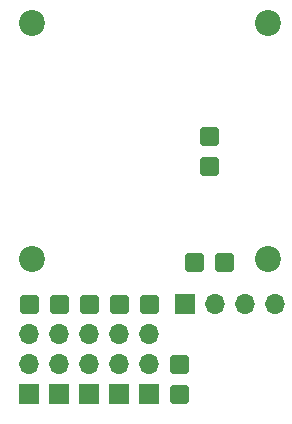
<source format=gbr>
%TF.GenerationSoftware,KiCad,Pcbnew,(5.1.9)-1*%
%TF.CreationDate,2022-05-31T00:09:08+01:00*%
%TF.ProjectId,board,626f6172-642e-46b6-9963-61645f706362,rev?*%
%TF.SameCoordinates,Original*%
%TF.FileFunction,Soldermask,Bot*%
%TF.FilePolarity,Negative*%
%FSLAX46Y46*%
G04 Gerber Fmt 4.6, Leading zero omitted, Abs format (unit mm)*
G04 Created by KiCad (PCBNEW (5.1.9)-1) date 2022-05-31 00:09:08*
%MOMM*%
%LPD*%
G01*
G04 APERTURE LIST*
%ADD10O,1.700000X1.700000*%
%ADD11R,1.700000X1.700000*%
%ADD12C,2.200000*%
G04 APERTURE END LIST*
%TO.C,J6*%
G36*
G01*
X116802000Y-115104000D02*
X116802000Y-114004000D01*
G75*
G02*
X117052000Y-113754000I250000J0D01*
G01*
X118152000Y-113754000D01*
G75*
G02*
X118402000Y-114004000I0J-250000D01*
G01*
X118402000Y-115104000D01*
G75*
G02*
X118152000Y-115354000I-250000J0D01*
G01*
X117052000Y-115354000D01*
G75*
G02*
X116802000Y-115104000I0J250000D01*
G01*
G37*
%TD*%
%TO.C,J10*%
G36*
G01*
X116802000Y-112564000D02*
X116802000Y-111464000D01*
G75*
G02*
X117052000Y-111214000I250000J0D01*
G01*
X118152000Y-111214000D01*
G75*
G02*
X118402000Y-111464000I0J-250000D01*
G01*
X118402000Y-112564000D01*
G75*
G02*
X118152000Y-112814000I-250000J0D01*
G01*
X117052000Y-112814000D01*
G75*
G02*
X116802000Y-112564000I0J250000D01*
G01*
G37*
%TD*%
%TO.C,J12*%
G36*
G01*
X115532000Y-123232400D02*
X115532000Y-122131600D01*
G75*
G02*
X115781600Y-121882000I249600J0D01*
G01*
X116882400Y-121882000D01*
G75*
G02*
X117132000Y-122131600I0J-249600D01*
G01*
X117132000Y-123232400D01*
G75*
G02*
X116882400Y-123482000I-249600J0D01*
G01*
X115781600Y-123482000D01*
G75*
G02*
X115532000Y-123232400I0J249600D01*
G01*
G37*
%TD*%
%TO.C,J12*%
G36*
G01*
X118072000Y-123232400D02*
X118072000Y-122131600D01*
G75*
G02*
X118321600Y-121882000I249600J0D01*
G01*
X119422400Y-121882000D01*
G75*
G02*
X119672000Y-122131600I0J-249600D01*
G01*
X119672000Y-123232400D01*
G75*
G02*
X119422400Y-123482000I-249600J0D01*
G01*
X118321600Y-123482000D01*
G75*
G02*
X118072000Y-123232400I0J249600D01*
G01*
G37*
%TD*%
D10*
%TO.C,REF\u002A\u002A*%
X123190000Y-126238000D03*
X120650000Y-126238000D03*
X118110000Y-126238000D03*
D11*
X115570000Y-126238000D03*
%TD*%
D12*
%TO.C,H4*%
X122596000Y-122376000D03*
%TD*%
%TO.C,J13*%
G36*
G01*
X103162000Y-125688000D02*
X103162000Y-126788000D01*
G75*
G02*
X102912000Y-127038000I-250000J0D01*
G01*
X101812000Y-127038000D01*
G75*
G02*
X101562000Y-126788000I0J250000D01*
G01*
X101562000Y-125688000D01*
G75*
G02*
X101812000Y-125438000I250000J0D01*
G01*
X102912000Y-125438000D01*
G75*
G02*
X103162000Y-125688000I0J-250000D01*
G01*
G37*
%TD*%
%TO.C,J12*%
G36*
G01*
X111722000Y-126788000D02*
X111722000Y-125688000D01*
G75*
G02*
X111972000Y-125438000I250000J0D01*
G01*
X113072000Y-125438000D01*
G75*
G02*
X113322000Y-125688000I0J-250000D01*
G01*
X113322000Y-126788000D01*
G75*
G02*
X113072000Y-127038000I-250000J0D01*
G01*
X111972000Y-127038000D01*
G75*
G02*
X111722000Y-126788000I0J250000D01*
G01*
G37*
%TD*%
D10*
%TO.C,J11*%
X112522000Y-128778000D03*
X112522000Y-131318000D03*
D11*
X112522000Y-133858000D03*
%TD*%
%TO.C,J10*%
G36*
G01*
X114262000Y-131868000D02*
X114262000Y-130768000D01*
G75*
G02*
X114512000Y-130518000I250000J0D01*
G01*
X115612000Y-130518000D01*
G75*
G02*
X115862000Y-130768000I0J-250000D01*
G01*
X115862000Y-131868000D01*
G75*
G02*
X115612000Y-132118000I-250000J0D01*
G01*
X114512000Y-132118000D01*
G75*
G02*
X114262000Y-131868000I0J250000D01*
G01*
G37*
%TD*%
%TO.C,J9*%
G36*
G01*
X109182000Y-126788000D02*
X109182000Y-125688000D01*
G75*
G02*
X109432000Y-125438000I250000J0D01*
G01*
X110532000Y-125438000D01*
G75*
G02*
X110782000Y-125688000I0J-250000D01*
G01*
X110782000Y-126788000D01*
G75*
G02*
X110532000Y-127038000I-250000J0D01*
G01*
X109432000Y-127038000D01*
G75*
G02*
X109182000Y-126788000I0J250000D01*
G01*
G37*
%TD*%
%TO.C,J8*%
G36*
G01*
X106642000Y-126788000D02*
X106642000Y-125688000D01*
G75*
G02*
X106892000Y-125438000I250000J0D01*
G01*
X107992000Y-125438000D01*
G75*
G02*
X108242000Y-125688000I0J-250000D01*
G01*
X108242000Y-126788000D01*
G75*
G02*
X107992000Y-127038000I-250000J0D01*
G01*
X106892000Y-127038000D01*
G75*
G02*
X106642000Y-126788000I0J250000D01*
G01*
G37*
%TD*%
%TO.C,J7*%
G36*
G01*
X104102000Y-126788000D02*
X104102000Y-125688000D01*
G75*
G02*
X104352000Y-125438000I250000J0D01*
G01*
X105452000Y-125438000D01*
G75*
G02*
X105702000Y-125688000I0J-250000D01*
G01*
X105702000Y-126788000D01*
G75*
G02*
X105452000Y-127038000I-250000J0D01*
G01*
X104352000Y-127038000D01*
G75*
G02*
X104102000Y-126788000I0J250000D01*
G01*
G37*
%TD*%
%TO.C,J6*%
G36*
G01*
X114262000Y-134408000D02*
X114262000Y-133308000D01*
G75*
G02*
X114512000Y-133058000I250000J0D01*
G01*
X115612000Y-133058000D01*
G75*
G02*
X115862000Y-133308000I0J-250000D01*
G01*
X115862000Y-134408000D01*
G75*
G02*
X115612000Y-134658000I-250000J0D01*
G01*
X114512000Y-134658000D01*
G75*
G02*
X114262000Y-134408000I0J250000D01*
G01*
G37*
%TD*%
D10*
%TO.C,J5*%
X109982000Y-128778000D03*
X109982000Y-131318000D03*
D11*
X109982000Y-133858000D03*
%TD*%
D10*
%TO.C,J4*%
X107442000Y-128778000D03*
X107442000Y-131318000D03*
D11*
X107442000Y-133858000D03*
%TD*%
D10*
%TO.C,J3*%
X104902000Y-128778000D03*
X104902000Y-131318000D03*
D11*
X104902000Y-133858000D03*
%TD*%
D10*
%TO.C,J2*%
X102362000Y-128778000D03*
X102362000Y-131318000D03*
D11*
X102362000Y-133858000D03*
%TD*%
D12*
%TO.C,H3*%
X122596000Y-102376000D03*
%TD*%
%TO.C,H2*%
X102596000Y-122376000D03*
%TD*%
%TO.C,H1*%
X102596000Y-102376000D03*
%TD*%
M02*

</source>
